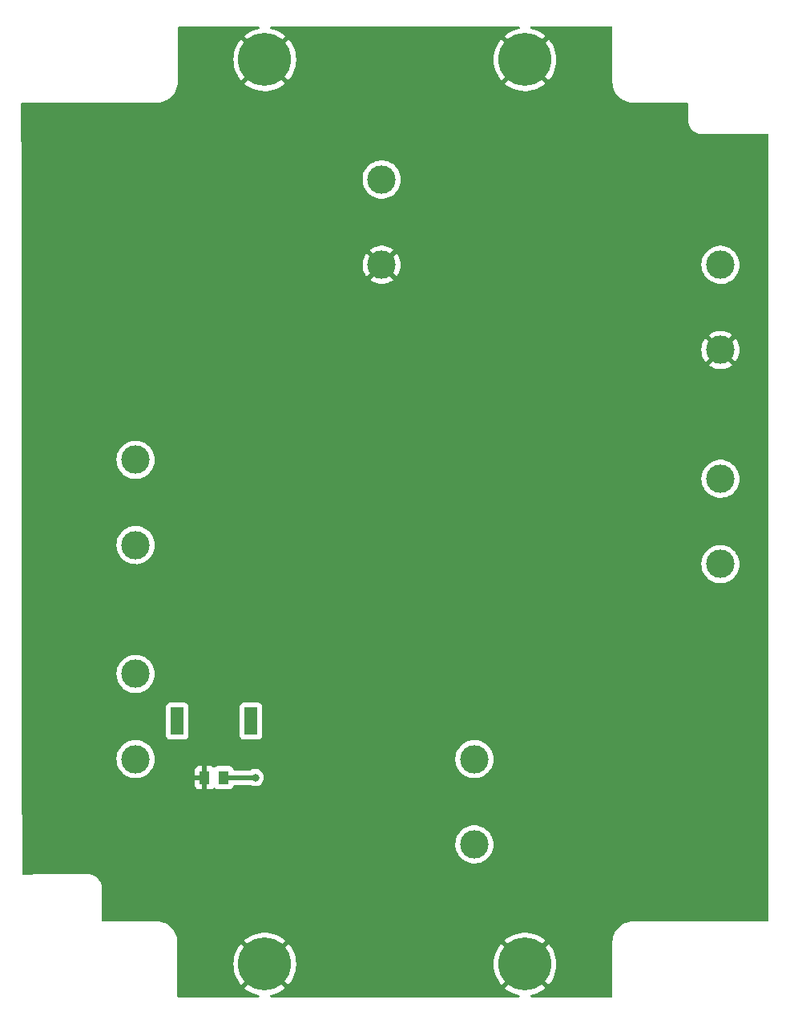
<source format=gbl>
G04 #@! TF.GenerationSoftware,KiCad,Pcbnew,(6.0.5-0)*
G04 #@! TF.CreationDate,2023-03-07T01:18:01-05:00*
G04 #@! TF.ProjectId,new-solar-cell-burn-wire,6e65772d-736f-46c6-9172-2d63656c6c2d,2*
G04 #@! TF.SameCoordinates,Original*
G04 #@! TF.FileFunction,Copper,L2,Bot*
G04 #@! TF.FilePolarity,Positive*
%FSLAX46Y46*%
G04 Gerber Fmt 4.6, Leading zero omitted, Abs format (unit mm)*
G04 Created by KiCad (PCBNEW (6.0.5-0)) date 2023-03-07 01:18:01*
%MOMM*%
%LPD*%
G01*
G04 APERTURE LIST*
G04 #@! TA.AperFunction,ComponentPad*
%ADD10C,3.000000*%
G04 #@! TD*
G04 #@! TA.AperFunction,ComponentPad*
%ADD11C,5.600000*%
G04 #@! TD*
G04 #@! TA.AperFunction,SMDPad,CuDef*
%ADD12R,1.100000X1.450000*%
G04 #@! TD*
G04 #@! TA.AperFunction,SMDPad,CuDef*
%ADD13R,1.350000X2.899999*%
G04 #@! TD*
G04 #@! TA.AperFunction,ViaPad*
%ADD14C,0.800000*%
G04 #@! TD*
G04 #@! TA.AperFunction,Conductor*
%ADD15C,0.500000*%
G04 #@! TD*
G04 APERTURE END LIST*
D10*
X84700000Y-116600000D03*
X84700000Y-107600000D03*
X110700000Y-55400000D03*
X110700000Y-64400000D03*
D11*
X125850000Y-42750000D03*
D10*
X84700000Y-94000000D03*
X84700000Y-85000000D03*
D11*
X98350000Y-42750000D03*
D10*
X146500000Y-87000000D03*
X146500000Y-96000000D03*
D11*
X98350000Y-138250000D03*
X125850000Y-138250000D03*
D10*
X120500000Y-125600000D03*
X120500000Y-116600000D03*
X146500000Y-64400000D03*
X146500000Y-73400000D03*
D12*
X92000000Y-118550000D03*
X94000001Y-118550000D03*
D13*
X89105002Y-112575001D03*
X96894997Y-112575001D03*
D14*
X114400000Y-66100000D03*
X113500000Y-64200000D03*
X145400000Y-76800000D03*
X144200000Y-70000000D03*
X108000000Y-66000000D03*
X144200000Y-76300000D03*
X110800000Y-67400000D03*
X144200000Y-71300000D03*
X143400000Y-75200000D03*
X107300000Y-67200000D03*
X143900000Y-74100000D03*
X144700000Y-75400000D03*
X108700000Y-68500000D03*
X107700000Y-64400000D03*
X113400000Y-67700000D03*
X109100000Y-67200000D03*
X143900000Y-72500000D03*
X143100000Y-70900000D03*
X113300000Y-65600000D03*
X145300000Y-70700000D03*
X142800000Y-72000000D03*
X110500000Y-68800000D03*
X112000000Y-68500000D03*
X112400000Y-66800000D03*
X146100000Y-75900000D03*
X97350000Y-118550000D03*
D15*
X94000001Y-118550000D02*
X97350000Y-118550000D01*
G04 #@! TA.AperFunction,Conductor*
G36*
X97733879Y-39278502D02*
G01*
X97780372Y-39332158D01*
X97790476Y-39402432D01*
X97760982Y-39467012D01*
X97701256Y-39505396D01*
X97692600Y-39507608D01*
X97473586Y-39555361D01*
X97467011Y-39557172D01*
X97133683Y-39668702D01*
X97127361Y-39671205D01*
X96808034Y-39818079D01*
X96801991Y-39821265D01*
X96500401Y-40001763D01*
X96494755Y-40005571D01*
X96214408Y-40217596D01*
X96209211Y-40221987D01*
X96207972Y-40223155D01*
X96199950Y-40236862D01*
X96199986Y-40237704D01*
X96205037Y-40245826D01*
X98337190Y-42377980D01*
X98351131Y-42385592D01*
X98352966Y-42385461D01*
X98359580Y-42381210D01*
X100492798Y-40247991D01*
X100500412Y-40234047D01*
X100500344Y-40233089D01*
X100495836Y-40226272D01*
X100494418Y-40225065D01*
X100214813Y-40012064D01*
X100209187Y-40008240D01*
X99908214Y-39826681D01*
X99902202Y-39823484D01*
X99583370Y-39675487D01*
X99577070Y-39672967D01*
X99244129Y-39560273D01*
X99237551Y-39558437D01*
X99007846Y-39507513D01*
X98945669Y-39473241D01*
X98911891Y-39410795D01*
X98917237Y-39340000D01*
X98960009Y-39283333D01*
X99026627Y-39258786D01*
X99035117Y-39258500D01*
X125165758Y-39258500D01*
X125233879Y-39278502D01*
X125280372Y-39332158D01*
X125290476Y-39402432D01*
X125260982Y-39467012D01*
X125201256Y-39505396D01*
X125192600Y-39507608D01*
X124973586Y-39555361D01*
X124967011Y-39557172D01*
X124633683Y-39668702D01*
X124627361Y-39671205D01*
X124308034Y-39818079D01*
X124301991Y-39821265D01*
X124000401Y-40001763D01*
X123994755Y-40005571D01*
X123714408Y-40217596D01*
X123709211Y-40221987D01*
X123707972Y-40223155D01*
X123699950Y-40236862D01*
X123699986Y-40237704D01*
X123705037Y-40245826D01*
X125837190Y-42377980D01*
X125851131Y-42385592D01*
X125852966Y-42385461D01*
X125859580Y-42381210D01*
X127992798Y-40247991D01*
X128000412Y-40234047D01*
X128000344Y-40233089D01*
X127995836Y-40226272D01*
X127994418Y-40225065D01*
X127714813Y-40012064D01*
X127709187Y-40008240D01*
X127408214Y-39826681D01*
X127402202Y-39823484D01*
X127083370Y-39675487D01*
X127077070Y-39672967D01*
X126744129Y-39560273D01*
X126737551Y-39558437D01*
X126507846Y-39507513D01*
X126445669Y-39473241D01*
X126411891Y-39410795D01*
X126417237Y-39340000D01*
X126460009Y-39283333D01*
X126526627Y-39258786D01*
X126535117Y-39258500D01*
X134965500Y-39258500D01*
X135033621Y-39278502D01*
X135080114Y-39332158D01*
X135091500Y-39384500D01*
X135091500Y-45050633D01*
X135090000Y-45070018D01*
X135087690Y-45084851D01*
X135087690Y-45084855D01*
X135086309Y-45093724D01*
X135087474Y-45102631D01*
X135087470Y-45102927D01*
X135088185Y-45110417D01*
X135103322Y-45360654D01*
X135150392Y-45617507D01*
X135228079Y-45866814D01*
X135335250Y-46104938D01*
X135337219Y-46108195D01*
X135337221Y-46108199D01*
X135424665Y-46252848D01*
X135470343Y-46328409D01*
X135472684Y-46331397D01*
X135472686Y-46331400D01*
X135562998Y-46446674D01*
X135631387Y-46533966D01*
X135816034Y-46718613D01*
X135819034Y-46720963D01*
X135819037Y-46720966D01*
X135945089Y-46819721D01*
X136021591Y-46879657D01*
X136024845Y-46881624D01*
X136241801Y-47012779D01*
X136241805Y-47012781D01*
X136245062Y-47014750D01*
X136364124Y-47068335D01*
X136479710Y-47120357D01*
X136479716Y-47120359D01*
X136483186Y-47121921D01*
X136732493Y-47199608D01*
X136989346Y-47246678D01*
X136993140Y-47246908D01*
X136993144Y-47246908D01*
X137213220Y-47260221D01*
X137226509Y-47261736D01*
X137232649Y-47262769D01*
X137232652Y-47262769D01*
X137237448Y-47263576D01*
X137243826Y-47263654D01*
X137245140Y-47263670D01*
X137245143Y-47263670D01*
X137250000Y-47263729D01*
X137277624Y-47259773D01*
X137295486Y-47258500D01*
X142965500Y-47258500D01*
X143033621Y-47278502D01*
X143080114Y-47332158D01*
X143091500Y-47384500D01*
X143091500Y-49124909D01*
X143090690Y-49139172D01*
X143086484Y-49176089D01*
X143086999Y-49188631D01*
X143087944Y-49193403D01*
X143087944Y-49193405D01*
X143089700Y-49202274D01*
X143091084Y-49210779D01*
X143116353Y-49408652D01*
X143117611Y-49413117D01*
X143117612Y-49413123D01*
X143149145Y-49525061D01*
X143176513Y-49622214D01*
X143178418Y-49626455D01*
X143178419Y-49626458D01*
X143190972Y-49654406D01*
X143267421Y-49824610D01*
X143269926Y-49828520D01*
X143269930Y-49828528D01*
X143331033Y-49923915D01*
X143387099Y-50011439D01*
X143532948Y-50178641D01*
X143536479Y-50181651D01*
X143536484Y-50181656D01*
X143617372Y-50250611D01*
X143701796Y-50322581D01*
X143889973Y-50440129D01*
X143894232Y-50441984D01*
X144089117Y-50526872D01*
X144089121Y-50526873D01*
X144093388Y-50528732D01*
X144228400Y-50565114D01*
X144303129Y-50585252D01*
X144303132Y-50585253D01*
X144307620Y-50586462D01*
X144312239Y-50586999D01*
X144312241Y-50586999D01*
X144396607Y-50596799D01*
X144488673Y-50607495D01*
X144500220Y-50609383D01*
X144510658Y-50611592D01*
X144510662Y-50611592D01*
X144515427Y-50612601D01*
X144527962Y-50613279D01*
X144532797Y-50612792D01*
X144532799Y-50612792D01*
X144569118Y-50609134D01*
X144581744Y-50608500D01*
X151465500Y-50608500D01*
X151533621Y-50628502D01*
X151580114Y-50682158D01*
X151591500Y-50734500D01*
X151591500Y-133615500D01*
X151571498Y-133683621D01*
X151517842Y-133730114D01*
X151465500Y-133741500D01*
X137303250Y-133741500D01*
X137282345Y-133739754D01*
X137267344Y-133737230D01*
X137267341Y-133737230D01*
X137262552Y-133736424D01*
X137256313Y-133736348D01*
X137254860Y-133736330D01*
X137254857Y-133736330D01*
X137250000Y-133736271D01*
X137245190Y-133736960D01*
X137245188Y-133736960D01*
X137242000Y-133737417D01*
X137239580Y-133737763D01*
X137229332Y-133738805D01*
X136993144Y-133753092D01*
X136993140Y-133753093D01*
X136989346Y-133753322D01*
X136732493Y-133800392D01*
X136483186Y-133878079D01*
X136479716Y-133879641D01*
X136479710Y-133879643D01*
X136364124Y-133931664D01*
X136245062Y-133985250D01*
X136241805Y-133987219D01*
X136241801Y-133987221D01*
X136078321Y-134086049D01*
X136021591Y-134120343D01*
X136018603Y-134122684D01*
X136018600Y-134122686D01*
X135869367Y-134239603D01*
X135816034Y-134281387D01*
X135631387Y-134466034D01*
X135629037Y-134469034D01*
X135629034Y-134469037D01*
X135479487Y-134659920D01*
X135470343Y-134671591D01*
X135468376Y-134674845D01*
X135416746Y-134760252D01*
X135335250Y-134895062D01*
X135295957Y-134982367D01*
X135260895Y-135060273D01*
X135228079Y-135133186D01*
X135150392Y-135382493D01*
X135103322Y-135639346D01*
X135103093Y-135643140D01*
X135103092Y-135643144D01*
X135089325Y-135870735D01*
X135088056Y-135882505D01*
X135086309Y-135893724D01*
X135087473Y-135902626D01*
X135087473Y-135902628D01*
X135090436Y-135925283D01*
X135091500Y-135941621D01*
X135091500Y-141615500D01*
X135071498Y-141683621D01*
X135017842Y-141730114D01*
X134965500Y-141741500D01*
X126533537Y-141741500D01*
X126465416Y-141721498D01*
X126418923Y-141667842D01*
X126408819Y-141597568D01*
X126438313Y-141532988D01*
X126498039Y-141494604D01*
X126507125Y-141492299D01*
X126715274Y-141447676D01*
X126721822Y-141445897D01*
X127055549Y-141335527D01*
X127061891Y-141333041D01*
X127381718Y-141187288D01*
X127387777Y-141184121D01*
X127689995Y-141004676D01*
X127695659Y-141000884D01*
X127976732Y-140789849D01*
X127981958Y-140785464D01*
X127991613Y-140776428D01*
X127999682Y-140762750D01*
X127999654Y-140762024D01*
X127994512Y-140753723D01*
X125862810Y-138622020D01*
X125848869Y-138614408D01*
X125847034Y-138614539D01*
X125840420Y-138618790D01*
X123706774Y-140752437D01*
X123699160Y-140766381D01*
X123699237Y-140767470D01*
X123701698Y-140771206D01*
X123975632Y-140981404D01*
X123981262Y-140985259D01*
X124281591Y-141167862D01*
X124287593Y-141171080D01*
X124605897Y-141320184D01*
X124612202Y-141322732D01*
X124944743Y-141436587D01*
X124951309Y-141438444D01*
X125191542Y-141492583D01*
X125253598Y-141527071D01*
X125287158Y-141589636D01*
X125281565Y-141660412D01*
X125238596Y-141716928D01*
X125171892Y-141741242D01*
X125163841Y-141741500D01*
X99033537Y-141741500D01*
X98965416Y-141721498D01*
X98918923Y-141667842D01*
X98908819Y-141597568D01*
X98938313Y-141532988D01*
X98998039Y-141494604D01*
X99007125Y-141492299D01*
X99215274Y-141447676D01*
X99221822Y-141445897D01*
X99555549Y-141335527D01*
X99561891Y-141333041D01*
X99881718Y-141187288D01*
X99887777Y-141184121D01*
X100189995Y-141004676D01*
X100195659Y-141000884D01*
X100476732Y-140789849D01*
X100481958Y-140785464D01*
X100491613Y-140776428D01*
X100499682Y-140762750D01*
X100499654Y-140762024D01*
X100494512Y-140753723D01*
X98362810Y-138622020D01*
X98348869Y-138614408D01*
X98347034Y-138614539D01*
X98340420Y-138618790D01*
X96206774Y-140752437D01*
X96199160Y-140766381D01*
X96199237Y-140767470D01*
X96201698Y-140771206D01*
X96475632Y-140981404D01*
X96481262Y-140985259D01*
X96781591Y-141167862D01*
X96787593Y-141171080D01*
X97105897Y-141320184D01*
X97112202Y-141322732D01*
X97444743Y-141436587D01*
X97451309Y-141438444D01*
X97691542Y-141492583D01*
X97753598Y-141527071D01*
X97787158Y-141589636D01*
X97781565Y-141660412D01*
X97738596Y-141716928D01*
X97671892Y-141741242D01*
X97663841Y-141741500D01*
X89234500Y-141741500D01*
X89166379Y-141721498D01*
X89119886Y-141667842D01*
X89108500Y-141615500D01*
X89108500Y-138241832D01*
X95037333Y-138241832D01*
X95055117Y-138592893D01*
X95055827Y-138599649D01*
X95111420Y-138946723D01*
X95112859Y-138953378D01*
X95205608Y-139292410D01*
X95207757Y-139298871D01*
X95336581Y-139625912D01*
X95339412Y-139632095D01*
X95502803Y-139943310D01*
X95506286Y-139949152D01*
X95702330Y-140240896D01*
X95706433Y-140246340D01*
X95826425Y-140388836D01*
X95839164Y-140397279D01*
X95849608Y-140391181D01*
X97977980Y-138262810D01*
X97984357Y-138251131D01*
X98714408Y-138251131D01*
X98714539Y-138252966D01*
X98718790Y-138259580D01*
X100849009Y-140389798D01*
X100862605Y-140397223D01*
X100872218Y-140390522D01*
X100972518Y-140273912D01*
X100976676Y-140268514D01*
X101175762Y-139978840D01*
X101179310Y-139973029D01*
X101345942Y-139663559D01*
X101348849Y-139657381D01*
X101481090Y-139331713D01*
X101483304Y-139325283D01*
X101579598Y-138987237D01*
X101581105Y-138980607D01*
X101640332Y-138634118D01*
X101641112Y-138627378D01*
X101662668Y-138274925D01*
X101662784Y-138271323D01*
X101662853Y-138251819D01*
X101662761Y-138248194D01*
X101662416Y-138241832D01*
X122537333Y-138241832D01*
X122555117Y-138592893D01*
X122555827Y-138599649D01*
X122611420Y-138946723D01*
X122612859Y-138953378D01*
X122705608Y-139292410D01*
X122707757Y-139298871D01*
X122836581Y-139625912D01*
X122839412Y-139632095D01*
X123002803Y-139943310D01*
X123006286Y-139949152D01*
X123202330Y-140240896D01*
X123206433Y-140246340D01*
X123326425Y-140388836D01*
X123339164Y-140397279D01*
X123349608Y-140391181D01*
X125477980Y-138262810D01*
X125484357Y-138251131D01*
X126214408Y-138251131D01*
X126214539Y-138252966D01*
X126218790Y-138259580D01*
X128349009Y-140389798D01*
X128362605Y-140397223D01*
X128372218Y-140390522D01*
X128472518Y-140273912D01*
X128476676Y-140268514D01*
X128675762Y-139978840D01*
X128679310Y-139973029D01*
X128845942Y-139663559D01*
X128848849Y-139657381D01*
X128981090Y-139331713D01*
X128983304Y-139325283D01*
X129079598Y-138987237D01*
X129081105Y-138980607D01*
X129140332Y-138634118D01*
X129141112Y-138627378D01*
X129162668Y-138274925D01*
X129162784Y-138271323D01*
X129162853Y-138251819D01*
X129162761Y-138248194D01*
X129143666Y-137895615D01*
X129142931Y-137888849D01*
X129086130Y-137541985D01*
X129084663Y-137535313D01*
X128990736Y-137196627D01*
X128988562Y-137190163D01*
X128858598Y-136863578D01*
X128855742Y-136857398D01*
X128691269Y-136546763D01*
X128687769Y-136540937D01*
X128490697Y-136249862D01*
X128486590Y-136244453D01*
X128373565Y-136111179D01*
X128360740Y-136102743D01*
X128350416Y-136108795D01*
X126222020Y-138237190D01*
X126214408Y-138251131D01*
X125484357Y-138251131D01*
X125485592Y-138248869D01*
X125485461Y-138247034D01*
X125481210Y-138240420D01*
X123350992Y-136110203D01*
X123337455Y-136102811D01*
X123327753Y-136109599D01*
X123220430Y-136235257D01*
X123216296Y-136240664D01*
X123018215Y-136531041D01*
X123014697Y-136536851D01*
X122849134Y-136846922D01*
X122846259Y-136853087D01*
X122715155Y-137179218D01*
X122712962Y-137185658D01*
X122617846Y-137524044D01*
X122616363Y-137530679D01*
X122558350Y-137877354D01*
X122557591Y-137884126D01*
X122537357Y-138235037D01*
X122537333Y-138241832D01*
X101662416Y-138241832D01*
X101643666Y-137895615D01*
X101642931Y-137888849D01*
X101586130Y-137541985D01*
X101584663Y-137535313D01*
X101490736Y-137196627D01*
X101488562Y-137190163D01*
X101358598Y-136863578D01*
X101355742Y-136857398D01*
X101191269Y-136546763D01*
X101187769Y-136540937D01*
X100990697Y-136249862D01*
X100986590Y-136244453D01*
X100873565Y-136111179D01*
X100860740Y-136102743D01*
X100850416Y-136108795D01*
X98722020Y-138237190D01*
X98714408Y-138251131D01*
X97984357Y-138251131D01*
X97985592Y-138248869D01*
X97985461Y-138247034D01*
X97981210Y-138240420D01*
X95850992Y-136110203D01*
X95837455Y-136102811D01*
X95827753Y-136109599D01*
X95720430Y-136235257D01*
X95716296Y-136240664D01*
X95518215Y-136531041D01*
X95514697Y-136536851D01*
X95349134Y-136846922D01*
X95346259Y-136853087D01*
X95215155Y-137179218D01*
X95212962Y-137185658D01*
X95117846Y-137524044D01*
X95116363Y-137530679D01*
X95058350Y-137877354D01*
X95057591Y-137884126D01*
X95037357Y-138235037D01*
X95037333Y-138241832D01*
X89108500Y-138241832D01*
X89108500Y-135953250D01*
X89110246Y-135932345D01*
X89112770Y-135917344D01*
X89112770Y-135917341D01*
X89113576Y-135912552D01*
X89113729Y-135900000D01*
X89112237Y-135889580D01*
X89111195Y-135879332D01*
X89102577Y-135736862D01*
X96199950Y-135736862D01*
X96199986Y-135737704D01*
X96205037Y-135745826D01*
X98337190Y-137877980D01*
X98351131Y-137885592D01*
X98352966Y-137885461D01*
X98359580Y-137881210D01*
X100492798Y-135747991D01*
X100498875Y-135736862D01*
X123699950Y-135736862D01*
X123699986Y-135737704D01*
X123705037Y-135745826D01*
X125837190Y-137877980D01*
X125851131Y-137885592D01*
X125852966Y-137885461D01*
X125859580Y-137881210D01*
X127992798Y-135747991D01*
X128000412Y-135734047D01*
X128000344Y-135733089D01*
X127995836Y-135726272D01*
X127994418Y-135725065D01*
X127714813Y-135512064D01*
X127709187Y-135508240D01*
X127408214Y-135326681D01*
X127402202Y-135323484D01*
X127083370Y-135175487D01*
X127077070Y-135172967D01*
X126744129Y-135060273D01*
X126737551Y-135058437D01*
X126394417Y-134982367D01*
X126387678Y-134981251D01*
X126038310Y-134942680D01*
X126031529Y-134942301D01*
X125680015Y-134941687D01*
X125673242Y-134942042D01*
X125323720Y-134979395D01*
X125317010Y-134980482D01*
X124973586Y-135055361D01*
X124967011Y-135057172D01*
X124633683Y-135168702D01*
X124627361Y-135171205D01*
X124308034Y-135318079D01*
X124301991Y-135321265D01*
X124000401Y-135501763D01*
X123994755Y-135505571D01*
X123714408Y-135717596D01*
X123709211Y-135721987D01*
X123707972Y-135723155D01*
X123699950Y-135736862D01*
X100498875Y-135736862D01*
X100500412Y-135734047D01*
X100500344Y-135733089D01*
X100495836Y-135726272D01*
X100494418Y-135725065D01*
X100214813Y-135512064D01*
X100209187Y-135508240D01*
X99908214Y-135326681D01*
X99902202Y-135323484D01*
X99583370Y-135175487D01*
X99577070Y-135172967D01*
X99244129Y-135060273D01*
X99237551Y-135058437D01*
X98894417Y-134982367D01*
X98887678Y-134981251D01*
X98538310Y-134942680D01*
X98531529Y-134942301D01*
X98180015Y-134941687D01*
X98173242Y-134942042D01*
X97823720Y-134979395D01*
X97817010Y-134980482D01*
X97473586Y-135055361D01*
X97467011Y-135057172D01*
X97133683Y-135168702D01*
X97127361Y-135171205D01*
X96808034Y-135318079D01*
X96801991Y-135321265D01*
X96500401Y-135501763D01*
X96494755Y-135505571D01*
X96214408Y-135717596D01*
X96209211Y-135721987D01*
X96207972Y-135723155D01*
X96199950Y-135736862D01*
X89102577Y-135736862D01*
X89096908Y-135643144D01*
X89096907Y-135643140D01*
X89096678Y-135639346D01*
X89049608Y-135382493D01*
X88971921Y-135133186D01*
X88939106Y-135060273D01*
X88904043Y-134982367D01*
X88864750Y-134895062D01*
X88783255Y-134760252D01*
X88731624Y-134674845D01*
X88729657Y-134671591D01*
X88720514Y-134659920D01*
X88570966Y-134469037D01*
X88570963Y-134469034D01*
X88568613Y-134466034D01*
X88383966Y-134281387D01*
X88330633Y-134239603D01*
X88181400Y-134122686D01*
X88181397Y-134122684D01*
X88178409Y-134120343D01*
X88121679Y-134086049D01*
X87958199Y-133987221D01*
X87958195Y-133987219D01*
X87954938Y-133985250D01*
X87835876Y-133931664D01*
X87720290Y-133879643D01*
X87720284Y-133879641D01*
X87716814Y-133878079D01*
X87467507Y-133800392D01*
X87210654Y-133753322D01*
X87206860Y-133753092D01*
X87206856Y-133753092D01*
X86986780Y-133739779D01*
X86973491Y-133738264D01*
X86967351Y-133737231D01*
X86967348Y-133737231D01*
X86962552Y-133736424D01*
X86956174Y-133736346D01*
X86954860Y-133736330D01*
X86954857Y-133736330D01*
X86950000Y-133736271D01*
X86925679Y-133739754D01*
X86922376Y-133740227D01*
X86904514Y-133741500D01*
X81235387Y-133741500D01*
X81167266Y-133721498D01*
X81120773Y-133667842D01*
X81109387Y-133615324D01*
X81114171Y-130191375D01*
X81115190Y-130175560D01*
X81118780Y-130147501D01*
X81119399Y-130142663D01*
X81119057Y-130130115D01*
X81116982Y-130118819D01*
X81115758Y-130110647D01*
X81092923Y-129914645D01*
X81092920Y-129914630D01*
X81092362Y-129909840D01*
X81033394Y-129696016D01*
X81006241Y-129635569D01*
X80944483Y-129498090D01*
X80944482Y-129498089D01*
X80942505Y-129493687D01*
X80821821Y-129307588D01*
X80674166Y-129142072D01*
X80502994Y-129001011D01*
X80312311Y-128887708D01*
X80185746Y-128836711D01*
X80111051Y-128806614D01*
X80111047Y-128806613D01*
X80106578Y-128804812D01*
X80101881Y-128803713D01*
X80101879Y-128803712D01*
X79895305Y-128755363D01*
X79895304Y-128755363D01*
X79890609Y-128754264D01*
X79885809Y-128753895D01*
X79885805Y-128753894D01*
X79811672Y-128748189D01*
X79707148Y-128740146D01*
X79695887Y-128738766D01*
X79682010Y-128736427D01*
X79677138Y-128736366D01*
X79677133Y-128736366D01*
X79675872Y-128736351D01*
X79669458Y-128736271D01*
X79664639Y-128736960D01*
X79664638Y-128736960D01*
X79639623Y-128740536D01*
X79622635Y-128741801D01*
X74865874Y-128773643D01*
X72834571Y-128787241D01*
X72766318Y-128767696D01*
X72719467Y-128714352D01*
X72707728Y-128661397D01*
X72703994Y-125578918D01*
X118486917Y-125578918D01*
X118502682Y-125852320D01*
X118503507Y-125856525D01*
X118503508Y-125856533D01*
X118514127Y-125910657D01*
X118555405Y-126121053D01*
X118556792Y-126125103D01*
X118556793Y-126125108D01*
X118577605Y-126185895D01*
X118644112Y-126380144D01*
X118767160Y-126624799D01*
X118769586Y-126628328D01*
X118769589Y-126628334D01*
X118919843Y-126846953D01*
X118922274Y-126850490D01*
X119106582Y-127053043D01*
X119316675Y-127228707D01*
X119320316Y-127230991D01*
X119545024Y-127371951D01*
X119545028Y-127371953D01*
X119548664Y-127374234D01*
X119616544Y-127404883D01*
X119794345Y-127485164D01*
X119794349Y-127485166D01*
X119798257Y-127486930D01*
X119802377Y-127488150D01*
X119802376Y-127488150D01*
X120056723Y-127563491D01*
X120056727Y-127563492D01*
X120060836Y-127564709D01*
X120065070Y-127565357D01*
X120065075Y-127565358D01*
X120327298Y-127605483D01*
X120327300Y-127605483D01*
X120331540Y-127606132D01*
X120470912Y-127608322D01*
X120601071Y-127610367D01*
X120601077Y-127610367D01*
X120605362Y-127610434D01*
X120877235Y-127577534D01*
X121142127Y-127508041D01*
X121146087Y-127506401D01*
X121146092Y-127506399D01*
X121268632Y-127455641D01*
X121395136Y-127403241D01*
X121631582Y-127265073D01*
X121847089Y-127096094D01*
X121888809Y-127053043D01*
X122034686Y-126902509D01*
X122037669Y-126899431D01*
X122040202Y-126895983D01*
X122040206Y-126895978D01*
X122197257Y-126682178D01*
X122199795Y-126678723D01*
X122227154Y-126628334D01*
X122328418Y-126441830D01*
X122328419Y-126441828D01*
X122330468Y-126438054D01*
X122427269Y-126181877D01*
X122488407Y-125914933D01*
X122512751Y-125642161D01*
X122513193Y-125600000D01*
X122494567Y-125326778D01*
X122439032Y-125058612D01*
X122347617Y-124800465D01*
X122222013Y-124557112D01*
X122212040Y-124542921D01*
X122067008Y-124336562D01*
X122064545Y-124333057D01*
X121878125Y-124132445D01*
X121874810Y-124129731D01*
X121874806Y-124129728D01*
X121669523Y-123961706D01*
X121666205Y-123958990D01*
X121432704Y-123815901D01*
X121428768Y-123814173D01*
X121185873Y-123707549D01*
X121185869Y-123707548D01*
X121181945Y-123705825D01*
X120918566Y-123630800D01*
X120914324Y-123630196D01*
X120914318Y-123630195D01*
X120713834Y-123601662D01*
X120647443Y-123592213D01*
X120503589Y-123591460D01*
X120377877Y-123590802D01*
X120377871Y-123590802D01*
X120373591Y-123590780D01*
X120369347Y-123591339D01*
X120369343Y-123591339D01*
X120250302Y-123607011D01*
X120102078Y-123626525D01*
X120097938Y-123627658D01*
X120097936Y-123627658D01*
X120025008Y-123647609D01*
X119837928Y-123698788D01*
X119833980Y-123700472D01*
X119589982Y-123804546D01*
X119589978Y-123804548D01*
X119586030Y-123806232D01*
X119566125Y-123818145D01*
X119354725Y-123944664D01*
X119354721Y-123944667D01*
X119351043Y-123946868D01*
X119137318Y-124118094D01*
X118948808Y-124316742D01*
X118789002Y-124539136D01*
X118660857Y-124781161D01*
X118659385Y-124785184D01*
X118659383Y-124785188D01*
X118652314Y-124804506D01*
X118566743Y-125038337D01*
X118508404Y-125305907D01*
X118486917Y-125578918D01*
X72703994Y-125578918D01*
X72696411Y-119319669D01*
X90942001Y-119319669D01*
X90942371Y-119326490D01*
X90947895Y-119377352D01*
X90951521Y-119392604D01*
X90996676Y-119513054D01*
X91005214Y-119528649D01*
X91081715Y-119630724D01*
X91094276Y-119643285D01*
X91196351Y-119719786D01*
X91211946Y-119728324D01*
X91332394Y-119773478D01*
X91347649Y-119777105D01*
X91398514Y-119782631D01*
X91405328Y-119783000D01*
X91727885Y-119783000D01*
X91743124Y-119778525D01*
X91744329Y-119777135D01*
X91746000Y-119769452D01*
X91746000Y-119764884D01*
X92254000Y-119764884D01*
X92258475Y-119780123D01*
X92259865Y-119781328D01*
X92267548Y-119782999D01*
X92594669Y-119782999D01*
X92601490Y-119782629D01*
X92652352Y-119777105D01*
X92667604Y-119773479D01*
X92788054Y-119728324D01*
X92803649Y-119719786D01*
X92905726Y-119643284D01*
X92910553Y-119638457D01*
X92972866Y-119604434D01*
X93043682Y-119609502D01*
X93085171Y-119636168D01*
X93086740Y-119638261D01*
X93203296Y-119725615D01*
X93339685Y-119776745D01*
X93401867Y-119783500D01*
X94598135Y-119783500D01*
X94660317Y-119776745D01*
X94796706Y-119725615D01*
X94913262Y-119638261D01*
X95000616Y-119521705D01*
X95049889Y-119390270D01*
X95092531Y-119333506D01*
X95159092Y-119308806D01*
X95167871Y-119308500D01*
X96807413Y-119308500D01*
X96881472Y-119332563D01*
X96887902Y-119337235D01*
X96887909Y-119337239D01*
X96893248Y-119341118D01*
X96899276Y-119343802D01*
X96899278Y-119343803D01*
X97008888Y-119392604D01*
X97067712Y-119418794D01*
X97161112Y-119438647D01*
X97248056Y-119457128D01*
X97248061Y-119457128D01*
X97254513Y-119458500D01*
X97445487Y-119458500D01*
X97451939Y-119457128D01*
X97451944Y-119457128D01*
X97538888Y-119438647D01*
X97632288Y-119418794D01*
X97691112Y-119392604D01*
X97800722Y-119343803D01*
X97800724Y-119343802D01*
X97806752Y-119341118D01*
X97812097Y-119337235D01*
X97862157Y-119300864D01*
X97961253Y-119228866D01*
X98089040Y-119086944D01*
X98184527Y-118921556D01*
X98243542Y-118739928D01*
X98257207Y-118609918D01*
X98262814Y-118556565D01*
X98263504Y-118550000D01*
X98245216Y-118376000D01*
X98244232Y-118366635D01*
X98244232Y-118366633D01*
X98243542Y-118360072D01*
X98184527Y-118178444D01*
X98089040Y-118013056D01*
X97961253Y-117871134D01*
X97826891Y-117773514D01*
X97812094Y-117762763D01*
X97812093Y-117762762D01*
X97806752Y-117758882D01*
X97800724Y-117756198D01*
X97800722Y-117756197D01*
X97638319Y-117683891D01*
X97638318Y-117683891D01*
X97632288Y-117681206D01*
X97538888Y-117661353D01*
X97451944Y-117642872D01*
X97451939Y-117642872D01*
X97445487Y-117641500D01*
X97254513Y-117641500D01*
X97248061Y-117642872D01*
X97248056Y-117642872D01*
X97161112Y-117661353D01*
X97067712Y-117681206D01*
X97061682Y-117683891D01*
X97061681Y-117683891D01*
X96899278Y-117756197D01*
X96899276Y-117756198D01*
X96893248Y-117758882D01*
X96887909Y-117762761D01*
X96887902Y-117762765D01*
X96881472Y-117767437D01*
X96807413Y-117791500D01*
X95167871Y-117791500D01*
X95099750Y-117771498D01*
X95053257Y-117717842D01*
X95049889Y-117709730D01*
X95003768Y-117586703D01*
X95000616Y-117578295D01*
X94913262Y-117461739D01*
X94796706Y-117374385D01*
X94660317Y-117323255D01*
X94598135Y-117316500D01*
X93401867Y-117316500D01*
X93339685Y-117323255D01*
X93203296Y-117374385D01*
X93086740Y-117461739D01*
X93085609Y-117463249D01*
X93026433Y-117495564D01*
X92955617Y-117490503D01*
X92910549Y-117461540D01*
X92905724Y-117456715D01*
X92803649Y-117380214D01*
X92788054Y-117371676D01*
X92667606Y-117326522D01*
X92652351Y-117322895D01*
X92601486Y-117317369D01*
X92594672Y-117317000D01*
X92272115Y-117317000D01*
X92256876Y-117321475D01*
X92255671Y-117322865D01*
X92254000Y-117330548D01*
X92254000Y-119764884D01*
X91746000Y-119764884D01*
X91746000Y-118822115D01*
X91741525Y-118806876D01*
X91740135Y-118805671D01*
X91732452Y-118804000D01*
X90960116Y-118804000D01*
X90944877Y-118808475D01*
X90943672Y-118809865D01*
X90942001Y-118817548D01*
X90942001Y-119319669D01*
X72696411Y-119319669D01*
X72693091Y-116578918D01*
X82686917Y-116578918D01*
X82702682Y-116852320D01*
X82703507Y-116856525D01*
X82703508Y-116856533D01*
X82714127Y-116910657D01*
X82755405Y-117121053D01*
X82756792Y-117125103D01*
X82756793Y-117125108D01*
X82842140Y-117374385D01*
X82844112Y-117380144D01*
X82899617Y-117490503D01*
X82940279Y-117571351D01*
X82967160Y-117624799D01*
X82969586Y-117628328D01*
X82969589Y-117628334D01*
X83071673Y-117776866D01*
X83122274Y-117850490D01*
X83306582Y-118053043D01*
X83516675Y-118228707D01*
X83520316Y-118230991D01*
X83745024Y-118371951D01*
X83745028Y-118371953D01*
X83748664Y-118374234D01*
X83816544Y-118404883D01*
X83994345Y-118485164D01*
X83994349Y-118485166D01*
X83998257Y-118486930D01*
X84002377Y-118488150D01*
X84002376Y-118488150D01*
X84256723Y-118563491D01*
X84256727Y-118563492D01*
X84260836Y-118564709D01*
X84265070Y-118565357D01*
X84265075Y-118565358D01*
X84527298Y-118605483D01*
X84527300Y-118605483D01*
X84531540Y-118606132D01*
X84670912Y-118608322D01*
X84801071Y-118610367D01*
X84801077Y-118610367D01*
X84805362Y-118610434D01*
X85077235Y-118577534D01*
X85342127Y-118508041D01*
X85346087Y-118506401D01*
X85346092Y-118506399D01*
X85468632Y-118455641D01*
X85595136Y-118403241D01*
X85778657Y-118296000D01*
X85809657Y-118277885D01*
X90942000Y-118277885D01*
X90946475Y-118293124D01*
X90947865Y-118294329D01*
X90955548Y-118296000D01*
X91727885Y-118296000D01*
X91743124Y-118291525D01*
X91744329Y-118290135D01*
X91746000Y-118282452D01*
X91746000Y-117335116D01*
X91741525Y-117319877D01*
X91740135Y-117318672D01*
X91732452Y-117317001D01*
X91405331Y-117317001D01*
X91398510Y-117317371D01*
X91347648Y-117322895D01*
X91332396Y-117326521D01*
X91211946Y-117371676D01*
X91196351Y-117380214D01*
X91094276Y-117456715D01*
X91081715Y-117469276D01*
X91005214Y-117571351D01*
X90996676Y-117586946D01*
X90951522Y-117707394D01*
X90947895Y-117722649D01*
X90942369Y-117773514D01*
X90942000Y-117780328D01*
X90942000Y-118277885D01*
X85809657Y-118277885D01*
X85827879Y-118267237D01*
X85827880Y-118267236D01*
X85831582Y-118265073D01*
X86047089Y-118096094D01*
X86088809Y-118053043D01*
X86234686Y-117902509D01*
X86237669Y-117899431D01*
X86240202Y-117895983D01*
X86240206Y-117895978D01*
X86397257Y-117682178D01*
X86399795Y-117678723D01*
X86427154Y-117628334D01*
X86528418Y-117441830D01*
X86528419Y-117441828D01*
X86530468Y-117438054D01*
X86627269Y-117181877D01*
X86688407Y-116914933D01*
X86712751Y-116642161D01*
X86713193Y-116600000D01*
X86711756Y-116578918D01*
X118486917Y-116578918D01*
X118502682Y-116852320D01*
X118503507Y-116856525D01*
X118503508Y-116856533D01*
X118514127Y-116910657D01*
X118555405Y-117121053D01*
X118556792Y-117125103D01*
X118556793Y-117125108D01*
X118642140Y-117374385D01*
X118644112Y-117380144D01*
X118699617Y-117490503D01*
X118740279Y-117571351D01*
X118767160Y-117624799D01*
X118769586Y-117628328D01*
X118769589Y-117628334D01*
X118871673Y-117776866D01*
X118922274Y-117850490D01*
X119106582Y-118053043D01*
X119316675Y-118228707D01*
X119320316Y-118230991D01*
X119545024Y-118371951D01*
X119545028Y-118371953D01*
X119548664Y-118374234D01*
X119616544Y-118404883D01*
X119794345Y-118485164D01*
X119794349Y-118485166D01*
X119798257Y-118486930D01*
X119802377Y-118488150D01*
X119802376Y-118488150D01*
X120056723Y-118563491D01*
X120056727Y-118563492D01*
X120060836Y-118564709D01*
X120065070Y-118565357D01*
X120065075Y-118565358D01*
X120327298Y-118605483D01*
X120327300Y-118605483D01*
X120331540Y-118606132D01*
X120470912Y-118608322D01*
X120601071Y-118610367D01*
X120601077Y-118610367D01*
X120605362Y-118610434D01*
X120877235Y-118577534D01*
X121142127Y-118508041D01*
X121146087Y-118506401D01*
X121146092Y-118506399D01*
X121268632Y-118455641D01*
X121395136Y-118403241D01*
X121578657Y-118296000D01*
X121627879Y-118267237D01*
X121627880Y-118267236D01*
X121631582Y-118265073D01*
X121847089Y-118096094D01*
X121888809Y-118053043D01*
X122034686Y-117902509D01*
X122037669Y-117899431D01*
X122040202Y-117895983D01*
X122040206Y-117895978D01*
X122197257Y-117682178D01*
X122199795Y-117678723D01*
X122227154Y-117628334D01*
X122328418Y-117441830D01*
X122328419Y-117441828D01*
X122330468Y-117438054D01*
X122427269Y-117181877D01*
X122488407Y-116914933D01*
X122512751Y-116642161D01*
X122513193Y-116600000D01*
X122494567Y-116326778D01*
X122439032Y-116058612D01*
X122347617Y-115800465D01*
X122222013Y-115557112D01*
X122212040Y-115542921D01*
X122067008Y-115336562D01*
X122064545Y-115333057D01*
X121878125Y-115132445D01*
X121874810Y-115129731D01*
X121874806Y-115129728D01*
X121669523Y-114961706D01*
X121666205Y-114958990D01*
X121432704Y-114815901D01*
X121428768Y-114814173D01*
X121185873Y-114707549D01*
X121185869Y-114707548D01*
X121181945Y-114705825D01*
X120918566Y-114630800D01*
X120914324Y-114630196D01*
X120914318Y-114630195D01*
X120713834Y-114601662D01*
X120647443Y-114592213D01*
X120503589Y-114591460D01*
X120377877Y-114590802D01*
X120377871Y-114590802D01*
X120373591Y-114590780D01*
X120369347Y-114591339D01*
X120369343Y-114591339D01*
X120250302Y-114607011D01*
X120102078Y-114626525D01*
X120097938Y-114627658D01*
X120097936Y-114627658D01*
X120025008Y-114647609D01*
X119837928Y-114698788D01*
X119833980Y-114700472D01*
X119589982Y-114804546D01*
X119589978Y-114804548D01*
X119586030Y-114806232D01*
X119566125Y-114818145D01*
X119354725Y-114944664D01*
X119354721Y-114944667D01*
X119351043Y-114946868D01*
X119137318Y-115118094D01*
X118948808Y-115316742D01*
X118789002Y-115539136D01*
X118660857Y-115781161D01*
X118659385Y-115785184D01*
X118659383Y-115785188D01*
X118652314Y-115804506D01*
X118566743Y-116038337D01*
X118508404Y-116305907D01*
X118486917Y-116578918D01*
X86711756Y-116578918D01*
X86694567Y-116326778D01*
X86639032Y-116058612D01*
X86547617Y-115800465D01*
X86422013Y-115557112D01*
X86412040Y-115542921D01*
X86267008Y-115336562D01*
X86264545Y-115333057D01*
X86078125Y-115132445D01*
X86074810Y-115129731D01*
X86074806Y-115129728D01*
X85869523Y-114961706D01*
X85866205Y-114958990D01*
X85632704Y-114815901D01*
X85628768Y-114814173D01*
X85385873Y-114707549D01*
X85385869Y-114707548D01*
X85381945Y-114705825D01*
X85118566Y-114630800D01*
X85114324Y-114630196D01*
X85114318Y-114630195D01*
X84913834Y-114601662D01*
X84847443Y-114592213D01*
X84703589Y-114591460D01*
X84577877Y-114590802D01*
X84577871Y-114590802D01*
X84573591Y-114590780D01*
X84569347Y-114591339D01*
X84569343Y-114591339D01*
X84450302Y-114607011D01*
X84302078Y-114626525D01*
X84297938Y-114627658D01*
X84297936Y-114627658D01*
X84225008Y-114647609D01*
X84037928Y-114698788D01*
X84033980Y-114700472D01*
X83789982Y-114804546D01*
X83789978Y-114804548D01*
X83786030Y-114806232D01*
X83766125Y-114818145D01*
X83554725Y-114944664D01*
X83554721Y-114944667D01*
X83551043Y-114946868D01*
X83337318Y-115118094D01*
X83148808Y-115316742D01*
X82989002Y-115539136D01*
X82860857Y-115781161D01*
X82859385Y-115785184D01*
X82859383Y-115785188D01*
X82852314Y-115804506D01*
X82766743Y-116038337D01*
X82708404Y-116305907D01*
X82686917Y-116578918D01*
X72693091Y-116578918D01*
X72690056Y-114073134D01*
X87921502Y-114073134D01*
X87928257Y-114135316D01*
X87979387Y-114271705D01*
X88066741Y-114388261D01*
X88183297Y-114475615D01*
X88319686Y-114526745D01*
X88381868Y-114533500D01*
X89828136Y-114533500D01*
X89890318Y-114526745D01*
X90026707Y-114475615D01*
X90143263Y-114388261D01*
X90230617Y-114271705D01*
X90281747Y-114135316D01*
X90288502Y-114073134D01*
X95711497Y-114073134D01*
X95718252Y-114135316D01*
X95769382Y-114271705D01*
X95856736Y-114388261D01*
X95973292Y-114475615D01*
X96109681Y-114526745D01*
X96171863Y-114533500D01*
X97618131Y-114533500D01*
X97680313Y-114526745D01*
X97816702Y-114475615D01*
X97933258Y-114388261D01*
X98020612Y-114271705D01*
X98071742Y-114135316D01*
X98078497Y-114073134D01*
X98078497Y-111076868D01*
X98071742Y-111014686D01*
X98020612Y-110878297D01*
X97933258Y-110761741D01*
X97816702Y-110674387D01*
X97680313Y-110623257D01*
X97618131Y-110616502D01*
X96171863Y-110616502D01*
X96109681Y-110623257D01*
X95973292Y-110674387D01*
X95856736Y-110761741D01*
X95769382Y-110878297D01*
X95718252Y-111014686D01*
X95711497Y-111076868D01*
X95711497Y-114073134D01*
X90288502Y-114073134D01*
X90288502Y-111076868D01*
X90281747Y-111014686D01*
X90230617Y-110878297D01*
X90143263Y-110761741D01*
X90026707Y-110674387D01*
X89890318Y-110623257D01*
X89828136Y-110616502D01*
X88381868Y-110616502D01*
X88319686Y-110623257D01*
X88183297Y-110674387D01*
X88066741Y-110761741D01*
X87979387Y-110878297D01*
X87928257Y-111014686D01*
X87921502Y-111076868D01*
X87921502Y-114073134D01*
X72690056Y-114073134D01*
X72682189Y-107578918D01*
X82686917Y-107578918D01*
X82702682Y-107852320D01*
X82703507Y-107856525D01*
X82703508Y-107856533D01*
X82714127Y-107910657D01*
X82755405Y-108121053D01*
X82756792Y-108125103D01*
X82756793Y-108125108D01*
X82777605Y-108185895D01*
X82844112Y-108380144D01*
X82967160Y-108624799D01*
X82969586Y-108628328D01*
X82969589Y-108628334D01*
X83119843Y-108846953D01*
X83122274Y-108850490D01*
X83306582Y-109053043D01*
X83516675Y-109228707D01*
X83520316Y-109230991D01*
X83745024Y-109371951D01*
X83745028Y-109371953D01*
X83748664Y-109374234D01*
X83816544Y-109404883D01*
X83994345Y-109485164D01*
X83994349Y-109485166D01*
X83998257Y-109486930D01*
X84002377Y-109488150D01*
X84002376Y-109488150D01*
X84256723Y-109563491D01*
X84256727Y-109563492D01*
X84260836Y-109564709D01*
X84265070Y-109565357D01*
X84265075Y-109565358D01*
X84527298Y-109605483D01*
X84527300Y-109605483D01*
X84531540Y-109606132D01*
X84670912Y-109608322D01*
X84801071Y-109610367D01*
X84801077Y-109610367D01*
X84805362Y-109610434D01*
X85077235Y-109577534D01*
X85342127Y-109508041D01*
X85346087Y-109506401D01*
X85346092Y-109506399D01*
X85468632Y-109455641D01*
X85595136Y-109403241D01*
X85831582Y-109265073D01*
X86047089Y-109096094D01*
X86088809Y-109053043D01*
X86234686Y-108902509D01*
X86237669Y-108899431D01*
X86240202Y-108895983D01*
X86240206Y-108895978D01*
X86397257Y-108682178D01*
X86399795Y-108678723D01*
X86427154Y-108628334D01*
X86528418Y-108441830D01*
X86528419Y-108441828D01*
X86530468Y-108438054D01*
X86627269Y-108181877D01*
X86688407Y-107914933D01*
X86712751Y-107642161D01*
X86713193Y-107600000D01*
X86694567Y-107326778D01*
X86639032Y-107058612D01*
X86547617Y-106800465D01*
X86422013Y-106557112D01*
X86412040Y-106542921D01*
X86267008Y-106336562D01*
X86264545Y-106333057D01*
X86078125Y-106132445D01*
X86074810Y-106129731D01*
X86074806Y-106129728D01*
X85869523Y-105961706D01*
X85866205Y-105958990D01*
X85632704Y-105815901D01*
X85628768Y-105814173D01*
X85385873Y-105707549D01*
X85385869Y-105707548D01*
X85381945Y-105705825D01*
X85118566Y-105630800D01*
X85114324Y-105630196D01*
X85114318Y-105630195D01*
X84913834Y-105601662D01*
X84847443Y-105592213D01*
X84703589Y-105591460D01*
X84577877Y-105590802D01*
X84577871Y-105590802D01*
X84573591Y-105590780D01*
X84569347Y-105591339D01*
X84569343Y-105591339D01*
X84450302Y-105607011D01*
X84302078Y-105626525D01*
X84297938Y-105627658D01*
X84297936Y-105627658D01*
X84225008Y-105647609D01*
X84037928Y-105698788D01*
X84033980Y-105700472D01*
X83789982Y-105804546D01*
X83789978Y-105804548D01*
X83786030Y-105806232D01*
X83766125Y-105818145D01*
X83554725Y-105944664D01*
X83554721Y-105944667D01*
X83551043Y-105946868D01*
X83337318Y-106118094D01*
X83148808Y-106316742D01*
X82989002Y-106539136D01*
X82860857Y-106781161D01*
X82859385Y-106785184D01*
X82859383Y-106785188D01*
X82852314Y-106804506D01*
X82766743Y-107038337D01*
X82708404Y-107305907D01*
X82686917Y-107578918D01*
X72682189Y-107578918D01*
X72665714Y-93978918D01*
X82686917Y-93978918D01*
X82702682Y-94252320D01*
X82703507Y-94256525D01*
X82703508Y-94256533D01*
X82733917Y-94411526D01*
X82755405Y-94521053D01*
X82756792Y-94525103D01*
X82756793Y-94525108D01*
X82823596Y-94720222D01*
X82844112Y-94780144D01*
X82967160Y-95024799D01*
X82969586Y-95028328D01*
X82969589Y-95028334D01*
X83090670Y-95204506D01*
X83122274Y-95250490D01*
X83306582Y-95453043D01*
X83516675Y-95628707D01*
X83520316Y-95630991D01*
X83745024Y-95771951D01*
X83745028Y-95771953D01*
X83748664Y-95774234D01*
X83816544Y-95804883D01*
X83994345Y-95885164D01*
X83994349Y-95885166D01*
X83998257Y-95886930D01*
X84002377Y-95888150D01*
X84002376Y-95888150D01*
X84256723Y-95963491D01*
X84256727Y-95963492D01*
X84260836Y-95964709D01*
X84265070Y-95965357D01*
X84265075Y-95965358D01*
X84527298Y-96005483D01*
X84527300Y-96005483D01*
X84531540Y-96006132D01*
X84670912Y-96008322D01*
X84801071Y-96010367D01*
X84801077Y-96010367D01*
X84805362Y-96010434D01*
X85065798Y-95978918D01*
X144486917Y-95978918D01*
X144502682Y-96252320D01*
X144503507Y-96256525D01*
X144503508Y-96256533D01*
X144514127Y-96310657D01*
X144555405Y-96521053D01*
X144556792Y-96525103D01*
X144556793Y-96525108D01*
X144577605Y-96585895D01*
X144644112Y-96780144D01*
X144767160Y-97024799D01*
X144769586Y-97028328D01*
X144769589Y-97028334D01*
X144919843Y-97246953D01*
X144922274Y-97250490D01*
X145106582Y-97453043D01*
X145316675Y-97628707D01*
X145320316Y-97630991D01*
X145545024Y-97771951D01*
X145545028Y-97771953D01*
X145548664Y-97774234D01*
X145616544Y-97804883D01*
X145794345Y-97885164D01*
X145794349Y-97885166D01*
X145798257Y-97886930D01*
X145802377Y-97888150D01*
X145802376Y-97888150D01*
X146056723Y-97963491D01*
X146056727Y-97963492D01*
X146060836Y-97964709D01*
X146065070Y-97965357D01*
X146065075Y-97965358D01*
X146327298Y-98005483D01*
X146327300Y-98005483D01*
X146331540Y-98006132D01*
X146470912Y-98008322D01*
X146601071Y-98010367D01*
X146601077Y-98010367D01*
X146605362Y-98010434D01*
X146877235Y-97977534D01*
X147142127Y-97908041D01*
X147146087Y-97906401D01*
X147146092Y-97906399D01*
X147268631Y-97855641D01*
X147395136Y-97803241D01*
X147631582Y-97665073D01*
X147847089Y-97496094D01*
X147888809Y-97453043D01*
X148034686Y-97302509D01*
X148037669Y-97299431D01*
X148040202Y-97295983D01*
X148040206Y-97295978D01*
X148197257Y-97082178D01*
X148199795Y-97078723D01*
X148227154Y-97028334D01*
X148328418Y-96841830D01*
X148328419Y-96841828D01*
X148330468Y-96838054D01*
X148427269Y-96581877D01*
X148488407Y-96314933D01*
X148512751Y-96042161D01*
X148513193Y-96000000D01*
X148511697Y-95978050D01*
X148494859Y-95731055D01*
X148494858Y-95731049D01*
X148494567Y-95726778D01*
X148439032Y-95458612D01*
X148347617Y-95200465D01*
X148222013Y-94957112D01*
X148212040Y-94942921D01*
X148135514Y-94834036D01*
X148064545Y-94733057D01*
X147924060Y-94581877D01*
X147881046Y-94535588D01*
X147881043Y-94535585D01*
X147878125Y-94532445D01*
X147874810Y-94529731D01*
X147874806Y-94529728D01*
X147669523Y-94361706D01*
X147666205Y-94358990D01*
X147432704Y-94215901D01*
X147428768Y-94214173D01*
X147185873Y-94107549D01*
X147185869Y-94107548D01*
X147181945Y-94105825D01*
X146918566Y-94030800D01*
X146914324Y-94030196D01*
X146914318Y-94030195D01*
X146713834Y-94001662D01*
X146647443Y-93992213D01*
X146503589Y-93991460D01*
X146377877Y-93990802D01*
X146377871Y-93990802D01*
X146373591Y-93990780D01*
X146369347Y-93991339D01*
X146369343Y-93991339D01*
X146303557Y-94000000D01*
X146102078Y-94026525D01*
X146097938Y-94027658D01*
X146097936Y-94027658D01*
X146053969Y-94039686D01*
X145837928Y-94098788D01*
X145833980Y-94100472D01*
X145589982Y-94204546D01*
X145589978Y-94204548D01*
X145586030Y-94206232D01*
X145566125Y-94218145D01*
X145354725Y-94344664D01*
X145354721Y-94344667D01*
X145351043Y-94346868D01*
X145137318Y-94518094D01*
X144948808Y-94716742D01*
X144789002Y-94939136D01*
X144660857Y-95181161D01*
X144659385Y-95185184D01*
X144659383Y-95185188D01*
X144617576Y-95299431D01*
X144566743Y-95438337D01*
X144508404Y-95705907D01*
X144508068Y-95710177D01*
X144492625Y-95906399D01*
X144486917Y-95978918D01*
X85065798Y-95978918D01*
X85077235Y-95977534D01*
X85342127Y-95908041D01*
X85346087Y-95906401D01*
X85346092Y-95906399D01*
X85468631Y-95855641D01*
X85595136Y-95803241D01*
X85831582Y-95665073D01*
X86047089Y-95496094D01*
X86079345Y-95462809D01*
X86234686Y-95302509D01*
X86237669Y-95299431D01*
X86240202Y-95295983D01*
X86240206Y-95295978D01*
X86397257Y-95082178D01*
X86399795Y-95078723D01*
X86427154Y-95028334D01*
X86528418Y-94841830D01*
X86528419Y-94841828D01*
X86530468Y-94838054D01*
X86627269Y-94581877D01*
X86678317Y-94358990D01*
X86687449Y-94319117D01*
X86687450Y-94319113D01*
X86688407Y-94314933D01*
X86697246Y-94215901D01*
X86712531Y-94044627D01*
X86712531Y-94044625D01*
X86712751Y-94042161D01*
X86713193Y-94000000D01*
X86713024Y-93997519D01*
X86694859Y-93731055D01*
X86694858Y-93731049D01*
X86694567Y-93726778D01*
X86639032Y-93458612D01*
X86547617Y-93200465D01*
X86422013Y-92957112D01*
X86412040Y-92942921D01*
X86267008Y-92736562D01*
X86264545Y-92733057D01*
X86078125Y-92532445D01*
X86074810Y-92529731D01*
X86074806Y-92529728D01*
X85869523Y-92361706D01*
X85866205Y-92358990D01*
X85632704Y-92215901D01*
X85628768Y-92214173D01*
X85385873Y-92107549D01*
X85385869Y-92107548D01*
X85381945Y-92105825D01*
X85118566Y-92030800D01*
X85114324Y-92030196D01*
X85114318Y-92030195D01*
X84913834Y-92001662D01*
X84847443Y-91992213D01*
X84703589Y-91991460D01*
X84577877Y-91990802D01*
X84577871Y-91990802D01*
X84573591Y-91990780D01*
X84569347Y-91991339D01*
X84569343Y-91991339D01*
X84450302Y-92007011D01*
X84302078Y-92026525D01*
X84297938Y-92027658D01*
X84297936Y-92027658D01*
X84225008Y-92047609D01*
X84037928Y-92098788D01*
X84033980Y-92100472D01*
X83789982Y-92204546D01*
X83789978Y-92204548D01*
X83786030Y-92206232D01*
X83766125Y-92218145D01*
X83554725Y-92344664D01*
X83554721Y-92344667D01*
X83551043Y-92346868D01*
X83337318Y-92518094D01*
X83148808Y-92716742D01*
X82989002Y-92939136D01*
X82860857Y-93181161D01*
X82859385Y-93185184D01*
X82859383Y-93185188D01*
X82852314Y-93204506D01*
X82766743Y-93438337D01*
X82708404Y-93705907D01*
X82686917Y-93978918D01*
X72665714Y-93978918D01*
X72654811Y-84978918D01*
X82686917Y-84978918D01*
X82702682Y-85252320D01*
X82703507Y-85256525D01*
X82703508Y-85256533D01*
X82733917Y-85411526D01*
X82755405Y-85521053D01*
X82756792Y-85525103D01*
X82756793Y-85525108D01*
X82823596Y-85720222D01*
X82844112Y-85780144D01*
X82967160Y-86024799D01*
X82969586Y-86028328D01*
X82969589Y-86028334D01*
X83090670Y-86204506D01*
X83122274Y-86250490D01*
X83306582Y-86453043D01*
X83516675Y-86628707D01*
X83520316Y-86630991D01*
X83745024Y-86771951D01*
X83745028Y-86771953D01*
X83748664Y-86774234D01*
X83816544Y-86804883D01*
X83994345Y-86885164D01*
X83994349Y-86885166D01*
X83998257Y-86886930D01*
X84002377Y-86888150D01*
X84002376Y-86888150D01*
X84256723Y-86963491D01*
X84256727Y-86963492D01*
X84260836Y-86964709D01*
X84265070Y-86965357D01*
X84265075Y-86965358D01*
X84527298Y-87005483D01*
X84527300Y-87005483D01*
X84531540Y-87006132D01*
X84670912Y-87008322D01*
X84801071Y-87010367D01*
X84801077Y-87010367D01*
X84805362Y-87010434D01*
X85065798Y-86978918D01*
X144486917Y-86978918D01*
X144502682Y-87252320D01*
X144503507Y-87256525D01*
X144503508Y-87256533D01*
X144514127Y-87310657D01*
X144555405Y-87521053D01*
X144556792Y-87525103D01*
X144556793Y-87525108D01*
X144577605Y-87585895D01*
X144644112Y-87780144D01*
X144767160Y-88024799D01*
X144769586Y-88028328D01*
X144769589Y-88028334D01*
X144919843Y-88246953D01*
X144922274Y-88250490D01*
X145106582Y-88453043D01*
X145316675Y-88628707D01*
X145320316Y-88630991D01*
X145545024Y-88771951D01*
X145545028Y-88771953D01*
X145548664Y-88774234D01*
X145616544Y-88804883D01*
X145794345Y-88885164D01*
X145794349Y-88885166D01*
X145798257Y-88886930D01*
X145802377Y-88888150D01*
X145802376Y-88888150D01*
X146056723Y-88963491D01*
X146056727Y-88963492D01*
X146060836Y-88964709D01*
X146065070Y-88965357D01*
X146065075Y-88965358D01*
X146327298Y-89005483D01*
X146327300Y-89005483D01*
X146331540Y-89006132D01*
X146470912Y-89008322D01*
X146601071Y-89010367D01*
X146601077Y-89010367D01*
X146605362Y-89010434D01*
X146877235Y-88977534D01*
X147142127Y-88908041D01*
X147146087Y-88906401D01*
X147146092Y-88906399D01*
X147268632Y-88855641D01*
X147395136Y-88803241D01*
X147631582Y-88665073D01*
X147847089Y-88496094D01*
X147888809Y-88453043D01*
X148034686Y-88302509D01*
X148037669Y-88299431D01*
X148040202Y-88295983D01*
X148040206Y-88295978D01*
X148197257Y-88082178D01*
X148199795Y-88078723D01*
X148227154Y-88028334D01*
X148328418Y-87841830D01*
X148328419Y-87841828D01*
X148330468Y-87838054D01*
X148427269Y-87581877D01*
X148488407Y-87314933D01*
X148512751Y-87042161D01*
X148513193Y-87000000D01*
X148511697Y-86978050D01*
X148494859Y-86731055D01*
X148494858Y-86731049D01*
X148494567Y-86726778D01*
X148439032Y-86458612D01*
X148347617Y-86200465D01*
X148222013Y-85957112D01*
X148212040Y-85942921D01*
X148135514Y-85834036D01*
X148064545Y-85733057D01*
X147924060Y-85581877D01*
X147881046Y-85535588D01*
X147881043Y-85535585D01*
X147878125Y-85532445D01*
X147874810Y-85529731D01*
X147874806Y-85529728D01*
X147669523Y-85361706D01*
X147666205Y-85358990D01*
X147432704Y-85215901D01*
X147428768Y-85214173D01*
X147185873Y-85107549D01*
X147185869Y-85107548D01*
X147181945Y-85105825D01*
X146918566Y-85030800D01*
X146914324Y-85030196D01*
X146914318Y-85030195D01*
X146713834Y-85001662D01*
X146647443Y-84992213D01*
X146503589Y-84991460D01*
X146377877Y-84990802D01*
X146377871Y-84990802D01*
X146373591Y-84990780D01*
X146369347Y-84991339D01*
X146369343Y-84991339D01*
X146303557Y-85000000D01*
X146102078Y-85026525D01*
X146097938Y-85027658D01*
X146097936Y-85027658D01*
X146053969Y-85039686D01*
X145837928Y-85098788D01*
X145833980Y-85100472D01*
X145589982Y-85204546D01*
X145589978Y-85204548D01*
X145586030Y-85206232D01*
X145566125Y-85218145D01*
X145354725Y-85344664D01*
X145354721Y-85344667D01*
X145351043Y-85346868D01*
X145137318Y-85518094D01*
X144948808Y-85716742D01*
X144789002Y-85939136D01*
X144660857Y-86181161D01*
X144659385Y-86185184D01*
X144659383Y-86185188D01*
X144617576Y-86299431D01*
X144566743Y-86438337D01*
X144508404Y-86705907D01*
X144508068Y-86710177D01*
X144492625Y-86906399D01*
X144486917Y-86978918D01*
X85065798Y-86978918D01*
X85077235Y-86977534D01*
X85342127Y-86908041D01*
X85346087Y-86906401D01*
X85346092Y-86906399D01*
X85468631Y-86855641D01*
X85595136Y-86803241D01*
X85831582Y-86665073D01*
X86047089Y-86496094D01*
X86079345Y-86462809D01*
X86234686Y-86302509D01*
X86237669Y-86299431D01*
X86240202Y-86295983D01*
X86240206Y-86295978D01*
X86397257Y-86082178D01*
X86399795Y-86078723D01*
X86427154Y-86028334D01*
X86528418Y-85841830D01*
X86528419Y-85841828D01*
X86530468Y-85838054D01*
X86627269Y-85581877D01*
X86678317Y-85358990D01*
X86687449Y-85319117D01*
X86687450Y-85319113D01*
X86688407Y-85314933D01*
X86697246Y-85215901D01*
X86712531Y-85044627D01*
X86712531Y-85044625D01*
X86712751Y-85042161D01*
X86713193Y-85000000D01*
X86713024Y-84997519D01*
X86694859Y-84731055D01*
X86694858Y-84731049D01*
X86694567Y-84726778D01*
X86639032Y-84458612D01*
X86547617Y-84200465D01*
X86422013Y-83957112D01*
X86412040Y-83942921D01*
X86267008Y-83736562D01*
X86264545Y-83733057D01*
X86078125Y-83532445D01*
X86074810Y-83529731D01*
X86074806Y-83529728D01*
X85869523Y-83361706D01*
X85866205Y-83358990D01*
X85632704Y-83215901D01*
X85628768Y-83214173D01*
X85385873Y-83107549D01*
X85385869Y-83107548D01*
X85381945Y-83105825D01*
X85118566Y-83030800D01*
X85114324Y-83030196D01*
X85114318Y-83030195D01*
X84913834Y-83001662D01*
X84847443Y-82992213D01*
X84703589Y-82991460D01*
X84577877Y-82990802D01*
X84577871Y-82990802D01*
X84573591Y-82990780D01*
X84569347Y-82991339D01*
X84569343Y-82991339D01*
X84450302Y-83007011D01*
X84302078Y-83026525D01*
X84297938Y-83027658D01*
X84297936Y-83027658D01*
X84225008Y-83047609D01*
X84037928Y-83098788D01*
X84033980Y-83100472D01*
X83789982Y-83204546D01*
X83789978Y-83204548D01*
X83786030Y-83206232D01*
X83766125Y-83218145D01*
X83554725Y-83344664D01*
X83554721Y-83344667D01*
X83551043Y-83346868D01*
X83337318Y-83518094D01*
X83148808Y-83716742D01*
X82989002Y-83939136D01*
X82860857Y-84181161D01*
X82859385Y-84185184D01*
X82859383Y-84185188D01*
X82852314Y-84204506D01*
X82766743Y-84438337D01*
X82708404Y-84705907D01*
X82686917Y-84978918D01*
X72654811Y-84978918D01*
X72642710Y-74989654D01*
X145275618Y-74989654D01*
X145282673Y-74999627D01*
X145313679Y-75025551D01*
X145320598Y-75030579D01*
X145545272Y-75171515D01*
X145552807Y-75175556D01*
X145794520Y-75284694D01*
X145802551Y-75287680D01*
X146056832Y-75363002D01*
X146065184Y-75364869D01*
X146327340Y-75404984D01*
X146335874Y-75405700D01*
X146601045Y-75409867D01*
X146609596Y-75409418D01*
X146872883Y-75377557D01*
X146881284Y-75375955D01*
X147137824Y-75308653D01*
X147145926Y-75305926D01*
X147390949Y-75204434D01*
X147398617Y-75200628D01*
X147627598Y-75066822D01*
X147634679Y-75062009D01*
X147714655Y-74999301D01*
X147723125Y-74987442D01*
X147716608Y-74975818D01*
X146512812Y-73772022D01*
X146498868Y-73764408D01*
X146497035Y-73764539D01*
X146490420Y-73768790D01*
X145282910Y-74976300D01*
X145275618Y-74989654D01*
X72642710Y-74989654D01*
X72640764Y-73383204D01*
X144487665Y-73383204D01*
X144502932Y-73647969D01*
X144504005Y-73656470D01*
X144555065Y-73916722D01*
X144557276Y-73924974D01*
X144643184Y-74175894D01*
X144646499Y-74183779D01*
X144765664Y-74420713D01*
X144770020Y-74428079D01*
X144899347Y-74616250D01*
X144909601Y-74624594D01*
X144923342Y-74617448D01*
X146127978Y-73412812D01*
X146134356Y-73401132D01*
X146864408Y-73401132D01*
X146864539Y-73402965D01*
X146868790Y-73409580D01*
X148075730Y-74616520D01*
X148087939Y-74623187D01*
X148099439Y-74614497D01*
X148196831Y-74481913D01*
X148201418Y-74474685D01*
X148327962Y-74241621D01*
X148331530Y-74233827D01*
X148425271Y-73985750D01*
X148427748Y-73977544D01*
X148486954Y-73719038D01*
X148488294Y-73710577D01*
X148512031Y-73444616D01*
X148512277Y-73439677D01*
X148512666Y-73402485D01*
X148512523Y-73397519D01*
X148494362Y-73131123D01*
X148493201Y-73122649D01*
X148439419Y-72862944D01*
X148437120Y-72854709D01*
X148348588Y-72604705D01*
X148345191Y-72596854D01*
X148223550Y-72361178D01*
X148219122Y-72353866D01*
X148100031Y-72184417D01*
X148089509Y-72176037D01*
X148076121Y-72183089D01*
X146872022Y-73387188D01*
X146864408Y-73401132D01*
X146134356Y-73401132D01*
X146135592Y-73398868D01*
X146135461Y-73397035D01*
X146131210Y-73390420D01*
X144923814Y-72183024D01*
X144911804Y-72176466D01*
X144900064Y-72185434D01*
X144791935Y-72335911D01*
X144787418Y-72343196D01*
X144663325Y-72577567D01*
X144659839Y-72585395D01*
X144568700Y-72834446D01*
X144566311Y-72842670D01*
X144509812Y-73101795D01*
X144508563Y-73110250D01*
X144487754Y-73374653D01*
X144487665Y-73383204D01*
X72640764Y-73383204D01*
X72638861Y-71812500D01*
X145276584Y-71812500D01*
X145282980Y-71823770D01*
X146487188Y-73027978D01*
X146501132Y-73035592D01*
X146502965Y-73035461D01*
X146509580Y-73031210D01*
X147716604Y-71824186D01*
X147723795Y-71811017D01*
X147716473Y-71800780D01*
X147669233Y-71762115D01*
X147662261Y-71757160D01*
X147436122Y-71618582D01*
X147428552Y-71614624D01*
X147185704Y-71508022D01*
X147177644Y-71505120D01*
X146922592Y-71432467D01*
X146914214Y-71430685D01*
X146651656Y-71393318D01*
X146643111Y-71392691D01*
X146377908Y-71391302D01*
X146369374Y-71391839D01*
X146106433Y-71426456D01*
X146098035Y-71428149D01*
X145842238Y-71498127D01*
X145834143Y-71500946D01*
X145590199Y-71604997D01*
X145582577Y-71608881D01*
X145355013Y-71745075D01*
X145347981Y-71749962D01*
X145285053Y-71800377D01*
X145276584Y-71812500D01*
X72638861Y-71812500D01*
X72631807Y-65989654D01*
X109475618Y-65989654D01*
X109482673Y-65999627D01*
X109513679Y-66025551D01*
X109520598Y-66030579D01*
X109745272Y-66171515D01*
X109752807Y-66175556D01*
X109994520Y-66284694D01*
X110002551Y-66287680D01*
X110256832Y-66363002D01*
X110265184Y-66364869D01*
X110527340Y-66404984D01*
X110535874Y-66405700D01*
X110801045Y-66409867D01*
X110809596Y-66409418D01*
X111072883Y-66377557D01*
X111081284Y-66375955D01*
X111337824Y-66308653D01*
X111345926Y-66305926D01*
X111590949Y-66204434D01*
X111598617Y-66200628D01*
X111827598Y-66066822D01*
X111834679Y-66062009D01*
X111914655Y-65999301D01*
X111923125Y-65987442D01*
X111916608Y-65975818D01*
X110712812Y-64772022D01*
X110698868Y-64764408D01*
X110697035Y-64764539D01*
X110690420Y-64768790D01*
X109482910Y-65976300D01*
X109475618Y-65989654D01*
X72631807Y-65989654D01*
X72629861Y-64383204D01*
X108687665Y-64383204D01*
X108702932Y-64647969D01*
X108704005Y-64656470D01*
X108755065Y-64916722D01*
X108757276Y-64924974D01*
X108843184Y-65175894D01*
X108846499Y-65183779D01*
X108965664Y-65420713D01*
X108970020Y-65428079D01*
X109099347Y-65616250D01*
X109109601Y-65624594D01*
X109123342Y-65617448D01*
X110327978Y-64412812D01*
X110334356Y-64401132D01*
X111064408Y-64401132D01*
X111064539Y-64402965D01*
X111068790Y-64409580D01*
X112275730Y-65616520D01*
X112287939Y-65623187D01*
X112299439Y-65614497D01*
X112396831Y-65481913D01*
X112401418Y-65474685D01*
X112527962Y-65241621D01*
X112531530Y-65233827D01*
X112625271Y-64985750D01*
X112627748Y-64977544D01*
X112686954Y-64719038D01*
X112688294Y-64710577D01*
X112712031Y-64444616D01*
X112712277Y-64439677D01*
X112712666Y-64402485D01*
X112712523Y-64397519D01*
X112711255Y-64378918D01*
X144486917Y-64378918D01*
X144502682Y-64652320D01*
X144503507Y-64656525D01*
X144503508Y-64656533D01*
X144524698Y-64764539D01*
X144555405Y-64921053D01*
X144556792Y-64925103D01*
X144556793Y-64925108D01*
X144577605Y-64985895D01*
X144644112Y-65180144D01*
X144767160Y-65424799D01*
X144769586Y-65428328D01*
X144769589Y-65428334D01*
X144898741Y-65616250D01*
X144922274Y-65650490D01*
X145106582Y-65853043D01*
X145316675Y-66028707D01*
X145320316Y-66030991D01*
X145545024Y-66171951D01*
X145545028Y-66171953D01*
X145548664Y-66174234D01*
X145616544Y-66204883D01*
X145794345Y-66285164D01*
X145794349Y-66285166D01*
X145798257Y-66286930D01*
X145802377Y-66288150D01*
X145802376Y-66288150D01*
X146056723Y-66363491D01*
X146056727Y-66363492D01*
X146060836Y-66364709D01*
X146065070Y-66365357D01*
X146065075Y-66365358D01*
X146327298Y-66405483D01*
X146327300Y-66405483D01*
X146331540Y-66406132D01*
X146470912Y-66408322D01*
X146601071Y-66410367D01*
X146601077Y-66410367D01*
X146605362Y-66410434D01*
X146877235Y-66377534D01*
X147142127Y-66308041D01*
X147146087Y-66306401D01*
X147146092Y-66306399D01*
X147268631Y-66255641D01*
X147395136Y-66203241D01*
X147631582Y-66065073D01*
X147847089Y-65896094D01*
X147888809Y-65853043D01*
X148034686Y-65702509D01*
X148037669Y-65699431D01*
X148040202Y-65695983D01*
X148040206Y-65695978D01*
X148197257Y-65482178D01*
X148199795Y-65478723D01*
X148201841Y-65474955D01*
X148328418Y-65241830D01*
X148328419Y-65241828D01*
X148330468Y-65238054D01*
X148427269Y-64981877D01*
X148488407Y-64714933D01*
X148494384Y-64647969D01*
X148512531Y-64444627D01*
X148512532Y-64444616D01*
X148512751Y-64442161D01*
X148513193Y-64400000D01*
X148511465Y-64374648D01*
X148494859Y-64131055D01*
X148494858Y-64131049D01*
X148494567Y-64126778D01*
X148439032Y-63858612D01*
X148347617Y-63600465D01*
X148222013Y-63357112D01*
X148212040Y-63342921D01*
X148067008Y-63136562D01*
X148064545Y-63133057D01*
X147878125Y-62932445D01*
X147874810Y-62929731D01*
X147874806Y-62929728D01*
X147669523Y-62761706D01*
X147666205Y-62758990D01*
X147432704Y-62615901D01*
X147428768Y-62614173D01*
X147185873Y-62507549D01*
X147185869Y-62507548D01*
X147181945Y-62505825D01*
X146918566Y-62430800D01*
X146914324Y-62430196D01*
X146914318Y-62430195D01*
X146713834Y-62401662D01*
X146647443Y-62392213D01*
X146503589Y-62391460D01*
X146377877Y-62390802D01*
X146377871Y-62390802D01*
X146373591Y-62390780D01*
X146369347Y-62391339D01*
X146369343Y-62391339D01*
X146250302Y-62407011D01*
X146102078Y-62426525D01*
X146097938Y-62427658D01*
X146097936Y-62427658D01*
X146025008Y-62447609D01*
X145837928Y-62498788D01*
X145833980Y-62500472D01*
X145589982Y-62604546D01*
X145589978Y-62604548D01*
X145586030Y-62606232D01*
X145566125Y-62618145D01*
X145354725Y-62744664D01*
X145354721Y-62744667D01*
X145351043Y-62746868D01*
X145137318Y-62918094D01*
X144948808Y-63116742D01*
X144789002Y-63339136D01*
X144660857Y-63581161D01*
X144659385Y-63585184D01*
X144659383Y-63585188D01*
X144652314Y-63604506D01*
X144566743Y-63838337D01*
X144508404Y-64105907D01*
X144486917Y-64378918D01*
X112711255Y-64378918D01*
X112694362Y-64131123D01*
X112693201Y-64122649D01*
X112639419Y-63862944D01*
X112637120Y-63854709D01*
X112548588Y-63604705D01*
X112545191Y-63596854D01*
X112423550Y-63361178D01*
X112419122Y-63353866D01*
X112300031Y-63184417D01*
X112289509Y-63176037D01*
X112276121Y-63183089D01*
X111072022Y-64387188D01*
X111064408Y-64401132D01*
X110334356Y-64401132D01*
X110335592Y-64398868D01*
X110335461Y-64397035D01*
X110331210Y-64390420D01*
X109123814Y-63183024D01*
X109111804Y-63176466D01*
X109100064Y-63185434D01*
X108991935Y-63335911D01*
X108987418Y-63343196D01*
X108863325Y-63577567D01*
X108859839Y-63585395D01*
X108768700Y-63834446D01*
X108766311Y-63842670D01*
X108709812Y-64101795D01*
X108708563Y-64110250D01*
X108687754Y-64374653D01*
X108687665Y-64383204D01*
X72629861Y-64383204D01*
X72627958Y-62812500D01*
X109476584Y-62812500D01*
X109482980Y-62823770D01*
X110687188Y-64027978D01*
X110701132Y-64035592D01*
X110702965Y-64035461D01*
X110709580Y-64031210D01*
X111916604Y-62824186D01*
X111923795Y-62811017D01*
X111916473Y-62800780D01*
X111869233Y-62762115D01*
X111862261Y-62757160D01*
X111636122Y-62618582D01*
X111628552Y-62614624D01*
X111385704Y-62508022D01*
X111377644Y-62505120D01*
X111122592Y-62432467D01*
X111114214Y-62430685D01*
X110851656Y-62393318D01*
X110843111Y-62392691D01*
X110577908Y-62391302D01*
X110569374Y-62391839D01*
X110306433Y-62426456D01*
X110298035Y-62428149D01*
X110042238Y-62498127D01*
X110034143Y-62500946D01*
X109790199Y-62604997D01*
X109782577Y-62608881D01*
X109555013Y-62745075D01*
X109547981Y-62749962D01*
X109485053Y-62800377D01*
X109476584Y-62812500D01*
X72627958Y-62812500D01*
X72618953Y-55378918D01*
X108686917Y-55378918D01*
X108702682Y-55652320D01*
X108703507Y-55656525D01*
X108703508Y-55656533D01*
X108714127Y-55710657D01*
X108755405Y-55921053D01*
X108756792Y-55925103D01*
X108756793Y-55925108D01*
X108777605Y-55985895D01*
X108844112Y-56180144D01*
X108967160Y-56424799D01*
X108969586Y-56428328D01*
X108969589Y-56428334D01*
X109119843Y-56646953D01*
X109122274Y-56650490D01*
X109306582Y-56853043D01*
X109516675Y-57028707D01*
X109520316Y-57030991D01*
X109745024Y-57171951D01*
X109745028Y-57171953D01*
X109748664Y-57174234D01*
X109816544Y-57204883D01*
X109994345Y-57285164D01*
X109994349Y-57285166D01*
X109998257Y-57286930D01*
X110002377Y-57288150D01*
X110002376Y-57288150D01*
X110256723Y-57363491D01*
X110256727Y-57363492D01*
X110260836Y-57364709D01*
X110265070Y-57365357D01*
X110265075Y-57365358D01*
X110527298Y-57405483D01*
X110527300Y-57405483D01*
X110531540Y-57406132D01*
X110670912Y-57408322D01*
X110801071Y-57410367D01*
X110801077Y-57410367D01*
X110805362Y-57410434D01*
X111077235Y-57377534D01*
X111342127Y-57308041D01*
X111346087Y-57306401D01*
X111346092Y-57306399D01*
X111468632Y-57255641D01*
X111595136Y-57203241D01*
X111831582Y-57065073D01*
X112047089Y-56896094D01*
X112088809Y-56853043D01*
X112234686Y-56702509D01*
X112237669Y-56699431D01*
X112240202Y-56695983D01*
X112240206Y-56695978D01*
X112397257Y-56482178D01*
X112399795Y-56478723D01*
X112427154Y-56428334D01*
X112528418Y-56241830D01*
X112528419Y-56241828D01*
X112530468Y-56238054D01*
X112627269Y-55981877D01*
X112688407Y-55714933D01*
X112712751Y-55442161D01*
X112713193Y-55400000D01*
X112694567Y-55126778D01*
X112639032Y-54858612D01*
X112547617Y-54600465D01*
X112422013Y-54357112D01*
X112412040Y-54342921D01*
X112267008Y-54136562D01*
X112264545Y-54133057D01*
X112078125Y-53932445D01*
X112074810Y-53929731D01*
X112074806Y-53929728D01*
X111869523Y-53761706D01*
X111866205Y-53758990D01*
X111632704Y-53615901D01*
X111628768Y-53614173D01*
X111385873Y-53507549D01*
X111385869Y-53507548D01*
X111381945Y-53505825D01*
X111118566Y-53430800D01*
X111114324Y-53430196D01*
X111114318Y-53430195D01*
X110913834Y-53401662D01*
X110847443Y-53392213D01*
X110703589Y-53391460D01*
X110577877Y-53390802D01*
X110577871Y-53390802D01*
X110573591Y-53390780D01*
X110569347Y-53391339D01*
X110569343Y-53391339D01*
X110450302Y-53407011D01*
X110302078Y-53426525D01*
X110297938Y-53427658D01*
X110297936Y-53427658D01*
X110225008Y-53447609D01*
X110037928Y-53498788D01*
X110033980Y-53500472D01*
X109789982Y-53604546D01*
X109789978Y-53604548D01*
X109786030Y-53606232D01*
X109766125Y-53618145D01*
X109554725Y-53744664D01*
X109554721Y-53744667D01*
X109551043Y-53746868D01*
X109337318Y-53918094D01*
X109148808Y-54116742D01*
X108989002Y-54339136D01*
X108860857Y-54581161D01*
X108859385Y-54585184D01*
X108859383Y-54585188D01*
X108852314Y-54604506D01*
X108766743Y-54838337D01*
X108708404Y-55105907D01*
X108686917Y-55378918D01*
X72618953Y-55378918D01*
X72609269Y-47384653D01*
X72629189Y-47316508D01*
X72682788Y-47269950D01*
X72735269Y-47258500D01*
X86946750Y-47258500D01*
X86967655Y-47260246D01*
X86982656Y-47262770D01*
X86982659Y-47262770D01*
X86987448Y-47263576D01*
X86993687Y-47263652D01*
X86995140Y-47263670D01*
X86995143Y-47263670D01*
X87000000Y-47263729D01*
X87004810Y-47263040D01*
X87004812Y-47263040D01*
X87008000Y-47262583D01*
X87010420Y-47262237D01*
X87020668Y-47261195D01*
X87256856Y-47246908D01*
X87256860Y-47246907D01*
X87260654Y-47246678D01*
X87517507Y-47199608D01*
X87766814Y-47121921D01*
X87770284Y-47120359D01*
X87770290Y-47120357D01*
X87885876Y-47068336D01*
X88004938Y-47014750D01*
X88008195Y-47012781D01*
X88008199Y-47012779D01*
X88225155Y-46881624D01*
X88228409Y-46879657D01*
X88304912Y-46819721D01*
X88430963Y-46720966D01*
X88430966Y-46720963D01*
X88433966Y-46718613D01*
X88618613Y-46533966D01*
X88687002Y-46446674D01*
X88777314Y-46331400D01*
X88777316Y-46331397D01*
X88779657Y-46328409D01*
X88825335Y-46252848D01*
X88912779Y-46108199D01*
X88912781Y-46108195D01*
X88914750Y-46104938D01*
X89021921Y-45866814D01*
X89099608Y-45617507D01*
X89146678Y-45360654D01*
X89150961Y-45289849D01*
X89152381Y-45266381D01*
X96199160Y-45266381D01*
X96199237Y-45267470D01*
X96201698Y-45271206D01*
X96475632Y-45481404D01*
X96481262Y-45485259D01*
X96781591Y-45667862D01*
X96787593Y-45671080D01*
X97105897Y-45820184D01*
X97112202Y-45822732D01*
X97444743Y-45936587D01*
X97451313Y-45938446D01*
X97794183Y-46015714D01*
X97800912Y-46016853D01*
X98150143Y-46056643D01*
X98156933Y-46057046D01*
X98508419Y-46058886D01*
X98515220Y-46058554D01*
X98864853Y-46022423D01*
X98871581Y-46021357D01*
X99215274Y-45947676D01*
X99221822Y-45945897D01*
X99555549Y-45835527D01*
X99561891Y-45833041D01*
X99881718Y-45687288D01*
X99887777Y-45684121D01*
X100189995Y-45504676D01*
X100195659Y-45500884D01*
X100476732Y-45289849D01*
X100481958Y-45285464D01*
X100491613Y-45276428D01*
X100497540Y-45266381D01*
X123699160Y-45266381D01*
X123699237Y-45267470D01*
X123701698Y-45271206D01*
X123975632Y-45481404D01*
X123981262Y-45485259D01*
X124281591Y-45667862D01*
X124287593Y-45671080D01*
X124605897Y-45820184D01*
X124612202Y-45822732D01*
X124944743Y-45936587D01*
X124951313Y-45938446D01*
X125294183Y-46015714D01*
X125300912Y-46016853D01*
X125650143Y-46056643D01*
X125656933Y-46057046D01*
X126008419Y-46058886D01*
X126015220Y-46058554D01*
X126364853Y-46022423D01*
X126371581Y-46021357D01*
X126715274Y-45947676D01*
X126721822Y-45945897D01*
X127055549Y-45835527D01*
X127061891Y-45833041D01*
X127381718Y-45687288D01*
X127387777Y-45684121D01*
X127689995Y-45504676D01*
X127695659Y-45500884D01*
X127976732Y-45289849D01*
X127981958Y-45285464D01*
X127991613Y-45276428D01*
X127999682Y-45262750D01*
X127999654Y-45262024D01*
X127994512Y-45253723D01*
X125862810Y-43122020D01*
X125848869Y-43114408D01*
X125847034Y-43114539D01*
X125840420Y-43118790D01*
X123706774Y-45252437D01*
X123699160Y-45266381D01*
X100497540Y-45266381D01*
X100499682Y-45262750D01*
X100499654Y-45262024D01*
X100494512Y-45253723D01*
X98362810Y-43122020D01*
X98348869Y-43114408D01*
X98347034Y-43114539D01*
X98340420Y-43118790D01*
X96206774Y-45252437D01*
X96199160Y-45266381D01*
X89152381Y-45266381D01*
X89160221Y-45136780D01*
X89161736Y-45123491D01*
X89162769Y-45117351D01*
X89162769Y-45117348D01*
X89163576Y-45112552D01*
X89163729Y-45100000D01*
X89159773Y-45072376D01*
X89158500Y-45054514D01*
X89158500Y-42741832D01*
X95037333Y-42741832D01*
X95055117Y-43092893D01*
X95055827Y-43099649D01*
X95111420Y-43446723D01*
X95112859Y-43453378D01*
X95205608Y-43792410D01*
X95207757Y-43798871D01*
X95336581Y-44125912D01*
X95339412Y-44132095D01*
X95502803Y-44443310D01*
X95506286Y-44449152D01*
X95702330Y-44740896D01*
X95706433Y-44746340D01*
X95826425Y-44888836D01*
X95839164Y-44897279D01*
X95849608Y-44891181D01*
X97977980Y-42762810D01*
X97984357Y-42751131D01*
X98714408Y-42751131D01*
X98714539Y-42752966D01*
X98718790Y-42759580D01*
X100849009Y-44889798D01*
X100862605Y-44897223D01*
X100872218Y-44890522D01*
X100972518Y-44773912D01*
X100976676Y-44768514D01*
X101175762Y-44478840D01*
X101179310Y-44473029D01*
X101345942Y-44163559D01*
X101348849Y-44157381D01*
X101481090Y-43831713D01*
X101483304Y-43825283D01*
X101579598Y-43487237D01*
X101581105Y-43480607D01*
X101640332Y-43134118D01*
X101641112Y-43127378D01*
X101662668Y-42774925D01*
X101662784Y-42771323D01*
X101662853Y-42751819D01*
X101662761Y-42748194D01*
X101662416Y-42741832D01*
X122537333Y-42741832D01*
X122555117Y-43092893D01*
X122555827Y-43099649D01*
X122611420Y-43446723D01*
X122612859Y-43453378D01*
X122705608Y-43792410D01*
X122707757Y-43798871D01*
X122836581Y-44125912D01*
X122839412Y-44132095D01*
X123002803Y-44443310D01*
X123006286Y-44449152D01*
X123202330Y-44740896D01*
X123206433Y-44746340D01*
X123326425Y-44888836D01*
X123339164Y-44897279D01*
X123349608Y-44891181D01*
X125477980Y-42762810D01*
X125484357Y-42751131D01*
X126214408Y-42751131D01*
X126214539Y-42752966D01*
X126218790Y-42759580D01*
X128349009Y-44889798D01*
X128362605Y-44897223D01*
X128372218Y-44890522D01*
X128472518Y-44773912D01*
X128476676Y-44768514D01*
X128675762Y-44478840D01*
X128679310Y-44473029D01*
X128845942Y-44163559D01*
X128848849Y-44157381D01*
X128981090Y-43831713D01*
X128983304Y-43825283D01*
X129079598Y-43487237D01*
X129081105Y-43480607D01*
X129140332Y-43134118D01*
X129141112Y-43127378D01*
X129162668Y-42774925D01*
X129162784Y-42771323D01*
X129162853Y-42751819D01*
X129162761Y-42748194D01*
X129143666Y-42395615D01*
X129142931Y-42388849D01*
X129086130Y-42041985D01*
X129084663Y-42035313D01*
X128990736Y-41696627D01*
X128988562Y-41690163D01*
X128858598Y-41363578D01*
X128855742Y-41357398D01*
X128691269Y-41046763D01*
X128687769Y-41040937D01*
X128490697Y-40749862D01*
X128486590Y-40744453D01*
X128373565Y-40611179D01*
X128360740Y-40602743D01*
X128350416Y-40608795D01*
X126222020Y-42737190D01*
X126214408Y-42751131D01*
X125484357Y-42751131D01*
X125485592Y-42748869D01*
X125485461Y-42747034D01*
X125481210Y-42740420D01*
X123350992Y-40610203D01*
X123337455Y-40602811D01*
X123327753Y-40609599D01*
X123220430Y-40735257D01*
X123216296Y-40740664D01*
X123018215Y-41031041D01*
X123014697Y-41036851D01*
X122849134Y-41346922D01*
X122846259Y-41353087D01*
X122715155Y-41679218D01*
X122712962Y-41685658D01*
X122617846Y-42024044D01*
X122616363Y-42030679D01*
X122558350Y-42377354D01*
X122557591Y-42384126D01*
X122537357Y-42735037D01*
X122537333Y-42741832D01*
X101662416Y-42741832D01*
X101643666Y-42395615D01*
X101642931Y-42388849D01*
X101586130Y-42041985D01*
X101584663Y-42035313D01*
X101490736Y-41696627D01*
X101488562Y-41690163D01*
X101358598Y-41363578D01*
X101355742Y-41357398D01*
X101191269Y-41046763D01*
X101187769Y-41040937D01*
X100990697Y-40749862D01*
X100986590Y-40744453D01*
X100873565Y-40611179D01*
X100860740Y-40602743D01*
X100850416Y-40608795D01*
X98722020Y-42737190D01*
X98714408Y-42751131D01*
X97984357Y-42751131D01*
X97985592Y-42748869D01*
X97985461Y-42747034D01*
X97981210Y-42740420D01*
X95850992Y-40610203D01*
X95837455Y-40602811D01*
X95827753Y-40609599D01*
X95720430Y-40735257D01*
X95716296Y-40740664D01*
X95518215Y-41031041D01*
X95514697Y-41036851D01*
X95349134Y-41346922D01*
X95346259Y-41353087D01*
X95215155Y-41679218D01*
X95212962Y-41685658D01*
X95117846Y-42024044D01*
X95116363Y-42030679D01*
X95058350Y-42377354D01*
X95057591Y-42384126D01*
X95037357Y-42735037D01*
X95037333Y-42741832D01*
X89158500Y-42741832D01*
X89158500Y-39384500D01*
X89178502Y-39316379D01*
X89232158Y-39269886D01*
X89284500Y-39258500D01*
X97665758Y-39258500D01*
X97733879Y-39278502D01*
G37*
G04 #@! TD.AperFunction*
M02*

</source>
